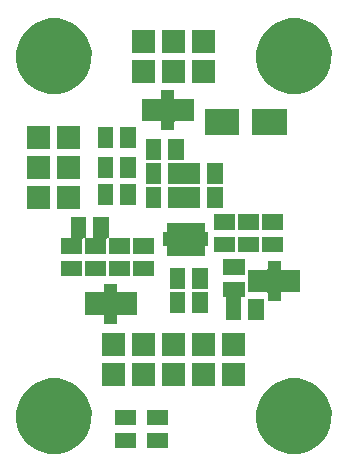
<source format=gbr>
G04 #@! TF.GenerationSoftware,KiCad,Pcbnew,(2017-02-05 revision 431abcf)-makepkg*
G04 #@! TF.CreationDate,2017-03-01T08:27:15+01:00*
G04 #@! TF.ProjectId,SYMPOWER02A,53594D504F5745523032412E6B696361,rev?*
G04 #@! TF.FileFunction,Soldermask,Bot*
G04 #@! TF.FilePolarity,Negative*
%FSLAX46Y46*%
G04 Gerber Fmt 4.6, Leading zero omitted, Abs format (unit mm)*
G04 Created by KiCad (PCBNEW (2017-02-05 revision 431abcf)-makepkg) date 03/01/17 08:27:15*
%MOMM*%
%LPD*%
G01*
G04 APERTURE LIST*
%ADD10C,1.300000*%
G04 APERTURE END LIST*
D10*
G36*
X5416110Y8277872D02*
X6030848Y8151685D01*
X6609363Y7908500D01*
X7129631Y7557574D01*
X7571824Y7112283D01*
X7919105Y6589582D01*
X8158249Y6009378D01*
X8280004Y5394466D01*
X8280004Y5394449D01*
X8280137Y5393776D01*
X8270128Y4676993D01*
X8269977Y4676330D01*
X8269977Y4676306D01*
X8131099Y4065032D01*
X7875851Y3491739D01*
X7514107Y2978933D01*
X7059653Y2546162D01*
X6529787Y2209900D01*
X5944712Y1982964D01*
X5326688Y1873989D01*
X4699273Y1887132D01*
X4086359Y2021890D01*
X3511293Y2273129D01*
X2995980Y2631282D01*
X2560044Y3082706D01*
X2220093Y3610208D01*
X1989075Y4193693D01*
X1875790Y4810936D01*
X1884551Y5438424D01*
X2015027Y6052266D01*
X2262248Y6629075D01*
X2616795Y7146877D01*
X3065163Y7585952D01*
X3590276Y7929576D01*
X4172132Y8164661D01*
X4788571Y8282254D01*
X5416110Y8277872D01*
X5416110Y8277872D01*
G37*
G36*
X25736110Y8277872D02*
X26350848Y8151685D01*
X26929363Y7908500D01*
X27449631Y7557574D01*
X27891824Y7112283D01*
X28239105Y6589582D01*
X28478249Y6009378D01*
X28600004Y5394466D01*
X28600004Y5394449D01*
X28600137Y5393776D01*
X28590128Y4676993D01*
X28589977Y4676330D01*
X28589977Y4676306D01*
X28451099Y4065032D01*
X28195851Y3491739D01*
X27834107Y2978933D01*
X27379653Y2546162D01*
X26849787Y2209900D01*
X26264712Y1982964D01*
X25646688Y1873989D01*
X25019273Y1887132D01*
X24406359Y2021890D01*
X23831293Y2273129D01*
X23315980Y2631282D01*
X22880044Y3082706D01*
X22540093Y3610208D01*
X22309075Y4193693D01*
X22195790Y4810936D01*
X22204551Y5438424D01*
X22335027Y6052266D01*
X22582248Y6629075D01*
X22936795Y7146877D01*
X23385163Y7585952D01*
X23910276Y7929576D01*
X24492132Y8164661D01*
X25108571Y8282254D01*
X25736110Y8277872D01*
X25736110Y8277872D01*
G37*
G36*
X12074500Y2403500D02*
X10277500Y2403500D01*
X10277500Y3692500D01*
X12074500Y3692500D01*
X12074500Y2403500D01*
X12074500Y2403500D01*
G37*
G36*
X14741500Y2403500D02*
X12944500Y2403500D01*
X12944500Y3692500D01*
X14741500Y3692500D01*
X14741500Y2403500D01*
X14741500Y2403500D01*
G37*
G36*
X12074500Y4308500D02*
X10277500Y4308500D01*
X10277500Y5597500D01*
X12074500Y5597500D01*
X12074500Y4308500D01*
X12074500Y4308500D01*
G37*
G36*
X14741500Y4308500D02*
X12944500Y4308500D01*
X12944500Y5597500D01*
X14741500Y5597500D01*
X14741500Y4308500D01*
X14741500Y4308500D01*
G37*
G36*
X16202000Y7674000D02*
X14278000Y7674000D01*
X14278000Y9598000D01*
X16202000Y9598000D01*
X16202000Y7674000D01*
X16202000Y7674000D01*
G37*
G36*
X11122000Y7674000D02*
X9198000Y7674000D01*
X9198000Y9598000D01*
X11122000Y9598000D01*
X11122000Y7674000D01*
X11122000Y7674000D01*
G37*
G36*
X13662000Y7674000D02*
X11738000Y7674000D01*
X11738000Y9598000D01*
X13662000Y9598000D01*
X13662000Y7674000D01*
X13662000Y7674000D01*
G37*
G36*
X18742000Y7674000D02*
X16818000Y7674000D01*
X16818000Y9598000D01*
X18742000Y9598000D01*
X18742000Y7674000D01*
X18742000Y7674000D01*
G37*
G36*
X21282000Y7674000D02*
X19358000Y7674000D01*
X19358000Y9598000D01*
X21282000Y9598000D01*
X21282000Y7674000D01*
X21282000Y7674000D01*
G37*
G36*
X18742000Y10214000D02*
X16818000Y10214000D01*
X16818000Y12138000D01*
X18742000Y12138000D01*
X18742000Y10214000D01*
X18742000Y10214000D01*
G37*
G36*
X11122000Y10214000D02*
X9198000Y10214000D01*
X9198000Y12138000D01*
X11122000Y12138000D01*
X11122000Y10214000D01*
X11122000Y10214000D01*
G37*
G36*
X13662000Y10214000D02*
X11738000Y10214000D01*
X11738000Y12138000D01*
X13662000Y12138000D01*
X13662000Y10214000D01*
X13662000Y10214000D01*
G37*
G36*
X16202000Y10214000D02*
X14278000Y10214000D01*
X14278000Y12138000D01*
X16202000Y12138000D01*
X16202000Y10214000D01*
X16202000Y10214000D01*
G37*
G36*
X21282000Y10214000D02*
X19358000Y10214000D01*
X19358000Y12138000D01*
X21282000Y12138000D01*
X21282000Y10214000D01*
X21282000Y10214000D01*
G37*
G36*
X10456000Y15655000D02*
X10457921Y15635491D01*
X10463612Y15616732D01*
X10472853Y15599443D01*
X10485289Y15584289D01*
X10500443Y15571853D01*
X10517732Y15562612D01*
X10536491Y15556921D01*
X10556000Y15555000D01*
X12106000Y15555000D01*
X12106000Y13655000D01*
X10556000Y13655000D01*
X10536491Y13653079D01*
X10517732Y13647388D01*
X10500443Y13638147D01*
X10485289Y13625711D01*
X10472853Y13610557D01*
X10463612Y13593268D01*
X10457921Y13574509D01*
X10456000Y13555000D01*
X10456000Y12905000D01*
X9356000Y12905000D01*
X9356000Y13555000D01*
X9354079Y13574509D01*
X9348388Y13593268D01*
X9339147Y13610557D01*
X9326711Y13625711D01*
X9311557Y13638147D01*
X9294268Y13647388D01*
X9275509Y13653079D01*
X9256000Y13655000D01*
X7706000Y13655000D01*
X7706000Y15555000D01*
X9256000Y15555000D01*
X9275509Y15556921D01*
X9294268Y15562612D01*
X9311557Y15571853D01*
X9326711Y15584289D01*
X9339147Y15599443D01*
X9348388Y15616732D01*
X9354079Y15635491D01*
X9356000Y15655000D01*
X9356000Y16305000D01*
X10456000Y16305000D01*
X10456000Y15655000D01*
X10456000Y15655000D01*
G37*
G36*
X22844100Y13198500D02*
X21555100Y13198500D01*
X21555100Y14995500D01*
X22844100Y14995500D01*
X22844100Y13198500D01*
X22844100Y13198500D01*
G37*
G36*
X21243900Y15167000D02*
X21039100Y15167000D01*
X21019591Y15165079D01*
X21000832Y15159388D01*
X20983543Y15150147D01*
X20968389Y15137711D01*
X20955953Y15122557D01*
X20946712Y15105268D01*
X20941021Y15086509D01*
X20939100Y15067000D01*
X20939100Y13198500D01*
X19650100Y13198500D01*
X19650100Y15067000D01*
X19648179Y15086509D01*
X19642488Y15105268D01*
X19633247Y15122557D01*
X19620811Y15137711D01*
X19605657Y15150147D01*
X19588368Y15159388D01*
X19569609Y15165079D01*
X19550100Y15167000D01*
X19446900Y15167000D01*
X19446900Y16456000D01*
X21243900Y16456000D01*
X21243900Y15167000D01*
X21243900Y15167000D01*
G37*
G36*
X18107000Y13833500D02*
X16818000Y13833500D01*
X16818000Y15630500D01*
X18107000Y15630500D01*
X18107000Y13833500D01*
X18107000Y13833500D01*
G37*
G36*
X16202000Y13833500D02*
X14913000Y13833500D01*
X14913000Y15630500D01*
X16202000Y15630500D01*
X16202000Y13833500D01*
X16202000Y13833500D01*
G37*
G36*
X24273600Y17585400D02*
X24275521Y17565891D01*
X24281212Y17547132D01*
X24290453Y17529843D01*
X24302889Y17514689D01*
X24318043Y17502253D01*
X24335332Y17493012D01*
X24354091Y17487321D01*
X24373600Y17485400D01*
X25923600Y17485400D01*
X25923600Y15585400D01*
X24373600Y15585400D01*
X24354091Y15583479D01*
X24335332Y15577788D01*
X24318043Y15568547D01*
X24302889Y15556111D01*
X24290453Y15540957D01*
X24281212Y15523668D01*
X24275521Y15504909D01*
X24273600Y15485400D01*
X24273600Y14835400D01*
X23173600Y14835400D01*
X23173600Y15485400D01*
X23171679Y15504909D01*
X23165988Y15523668D01*
X23156747Y15540957D01*
X23144311Y15556111D01*
X23129157Y15568547D01*
X23111868Y15577788D01*
X23093109Y15583479D01*
X23073600Y15585400D01*
X21523600Y15585400D01*
X21523600Y17485400D01*
X23073600Y17485400D01*
X23093109Y17487321D01*
X23111868Y17493012D01*
X23129157Y17502253D01*
X23144311Y17514689D01*
X23156747Y17529843D01*
X23165988Y17547132D01*
X23171679Y17565891D01*
X23173600Y17585400D01*
X23173600Y18235400D01*
X24273600Y18235400D01*
X24273600Y17585400D01*
X24273600Y17585400D01*
G37*
G36*
X18107000Y15865500D02*
X16818000Y15865500D01*
X16818000Y17662500D01*
X18107000Y17662500D01*
X18107000Y15865500D01*
X18107000Y15865500D01*
G37*
G36*
X16202000Y15865500D02*
X14913000Y15865500D01*
X14913000Y17662500D01*
X16202000Y17662500D01*
X16202000Y15865500D01*
X16202000Y15865500D01*
G37*
G36*
X11566500Y16945000D02*
X9769500Y16945000D01*
X9769500Y18234000D01*
X11566500Y18234000D01*
X11566500Y16945000D01*
X11566500Y16945000D01*
G37*
G36*
X13598500Y16945000D02*
X11801500Y16945000D01*
X11801500Y18234000D01*
X13598500Y18234000D01*
X13598500Y16945000D01*
X13598500Y16945000D01*
G37*
G36*
X7502500Y16945000D02*
X5705500Y16945000D01*
X5705500Y18234000D01*
X7502500Y18234000D01*
X7502500Y16945000D01*
X7502500Y16945000D01*
G37*
G36*
X9534500Y16945000D02*
X7737500Y16945000D01*
X7737500Y18234000D01*
X9534500Y18234000D01*
X9534500Y16945000D01*
X9534500Y16945000D01*
G37*
G36*
X21243900Y17072000D02*
X19446900Y17072000D01*
X19446900Y18361000D01*
X21243900Y18361000D01*
X21243900Y17072000D01*
X21243900Y17072000D01*
G37*
G36*
X17846000Y20741000D02*
X17847921Y20721491D01*
X17853612Y20702732D01*
X17862853Y20685443D01*
X17875289Y20670289D01*
X17890443Y20657853D01*
X17907732Y20648612D01*
X17926491Y20642921D01*
X17946000Y20641000D01*
X18156000Y20641000D01*
X18156000Y19491000D01*
X17946000Y19491000D01*
X17926491Y19489079D01*
X17907732Y19483388D01*
X17890443Y19474147D01*
X17875289Y19461711D01*
X17862853Y19446557D01*
X17853612Y19429268D01*
X17847921Y19410509D01*
X17846000Y19391000D01*
X17846000Y18666000D01*
X14666000Y18666000D01*
X14666000Y19391000D01*
X14664079Y19410509D01*
X14658388Y19429268D01*
X14649147Y19446557D01*
X14636711Y19461711D01*
X14621557Y19474147D01*
X14604268Y19483388D01*
X14585509Y19489079D01*
X14566000Y19491000D01*
X14356000Y19491000D01*
X14356000Y20641000D01*
X14566000Y20641000D01*
X14585509Y20642921D01*
X14604268Y20648612D01*
X14621557Y20657853D01*
X14636711Y20670289D01*
X14649147Y20685443D01*
X14658388Y20702732D01*
X14664079Y20721491D01*
X14666000Y20741000D01*
X14666000Y21466000D01*
X17846000Y21466000D01*
X17846000Y20741000D01*
X17846000Y20741000D01*
G37*
G36*
X7820000Y20239000D02*
X7821921Y20219491D01*
X7827612Y20200732D01*
X7836853Y20183443D01*
X7849289Y20168289D01*
X7864443Y20155853D01*
X7881732Y20146612D01*
X7900491Y20140921D01*
X7920000Y20139000D01*
X8336000Y20139000D01*
X8355509Y20140921D01*
X8374268Y20146612D01*
X8391557Y20155853D01*
X8406711Y20168289D01*
X8419147Y20183443D01*
X8428388Y20200732D01*
X8434079Y20219491D01*
X8436000Y20239000D01*
X8436000Y21980500D01*
X9725000Y21980500D01*
X9725000Y20239000D01*
X9726921Y20219491D01*
X9732612Y20200732D01*
X9741853Y20183443D01*
X9754289Y20168289D01*
X9769443Y20155853D01*
X9786732Y20146612D01*
X9805491Y20140921D01*
X9825000Y20139000D01*
X11566500Y20139000D01*
X11566500Y18850000D01*
X9769500Y18850000D01*
X9769500Y20083500D01*
X9767579Y20103009D01*
X9761888Y20121768D01*
X9752647Y20139057D01*
X9740211Y20154211D01*
X9725057Y20166647D01*
X9707768Y20175888D01*
X9689009Y20181579D01*
X9669500Y20183500D01*
X9634500Y20183500D01*
X9614991Y20181579D01*
X9596232Y20175888D01*
X9578943Y20166647D01*
X9563789Y20154211D01*
X9551353Y20139057D01*
X9542112Y20121768D01*
X9536421Y20103009D01*
X9534500Y20083500D01*
X9534500Y18850000D01*
X7737500Y18850000D01*
X7737500Y20083500D01*
X7735579Y20103009D01*
X7729888Y20121768D01*
X7720647Y20139057D01*
X7708211Y20154211D01*
X7693057Y20166647D01*
X7675768Y20175888D01*
X7657009Y20181579D01*
X7637500Y20183500D01*
X7602500Y20183500D01*
X7582991Y20181579D01*
X7564232Y20175888D01*
X7546943Y20166647D01*
X7531789Y20154211D01*
X7519353Y20139057D01*
X7510112Y20121768D01*
X7504421Y20103009D01*
X7502500Y20083500D01*
X7502500Y18850000D01*
X5705500Y18850000D01*
X5705500Y20139000D01*
X6431000Y20139000D01*
X6450509Y20140921D01*
X6469268Y20146612D01*
X6486557Y20155853D01*
X6501711Y20168289D01*
X6514147Y20183443D01*
X6523388Y20200732D01*
X6529079Y20219491D01*
X6531000Y20239000D01*
X6531000Y21980500D01*
X7820000Y21980500D01*
X7820000Y20239000D01*
X7820000Y20239000D01*
G37*
G36*
X13598500Y18850000D02*
X11801500Y18850000D01*
X11801500Y20139000D01*
X13598500Y20139000D01*
X13598500Y18850000D01*
X13598500Y18850000D01*
G37*
G36*
X20456500Y18977000D02*
X18659500Y18977000D01*
X18659500Y20266000D01*
X20456500Y20266000D01*
X20456500Y18977000D01*
X20456500Y18977000D01*
G37*
G36*
X22488500Y18977000D02*
X20691500Y18977000D01*
X20691500Y20266000D01*
X22488500Y20266000D01*
X22488500Y18977000D01*
X22488500Y18977000D01*
G37*
G36*
X24520500Y18977000D02*
X22723500Y18977000D01*
X22723500Y20266000D01*
X24520500Y20266000D01*
X24520500Y18977000D01*
X24520500Y18977000D01*
G37*
G36*
X20456500Y20882000D02*
X18659500Y20882000D01*
X18659500Y22171000D01*
X20456500Y22171000D01*
X20456500Y20882000D01*
X20456500Y20882000D01*
G37*
G36*
X24520500Y20882000D02*
X22723500Y20882000D01*
X22723500Y22171000D01*
X24520500Y22171000D01*
X24520500Y20882000D01*
X24520500Y20882000D01*
G37*
G36*
X22488500Y20882000D02*
X20691500Y20882000D01*
X20691500Y22171000D01*
X22488500Y22171000D01*
X22488500Y20882000D01*
X22488500Y20882000D01*
G37*
G36*
X4772000Y22660000D02*
X2848000Y22660000D01*
X2848000Y24584000D01*
X4772000Y24584000D01*
X4772000Y22660000D01*
X4772000Y22660000D01*
G37*
G36*
X7312000Y22660000D02*
X5388000Y22660000D01*
X5388000Y24584000D01*
X7312000Y24584000D01*
X7312000Y22660000D01*
X7312000Y22660000D01*
G37*
G36*
X19377000Y22723500D02*
X18088000Y22723500D01*
X18088000Y24520500D01*
X19377000Y24520500D01*
X19377000Y22723500D01*
X19377000Y22723500D01*
G37*
G36*
X17472000Y22723500D02*
X14786000Y22723500D01*
X14786000Y24520500D01*
X17472000Y24520500D01*
X17472000Y22723500D01*
X17472000Y22723500D01*
G37*
G36*
X14170000Y22723500D02*
X12881000Y22723500D01*
X12881000Y24520500D01*
X14170000Y24520500D01*
X14170000Y22723500D01*
X14170000Y22723500D01*
G37*
G36*
X12011000Y22977500D02*
X10722000Y22977500D01*
X10722000Y24774500D01*
X12011000Y24774500D01*
X12011000Y22977500D01*
X12011000Y22977500D01*
G37*
G36*
X10106000Y22977500D02*
X8817000Y22977500D01*
X8817000Y24774500D01*
X10106000Y24774500D01*
X10106000Y22977500D01*
X10106000Y22977500D01*
G37*
G36*
X19377000Y24755500D02*
X18088000Y24755500D01*
X18088000Y26552500D01*
X19377000Y26552500D01*
X19377000Y24755500D01*
X19377000Y24755500D01*
G37*
G36*
X17472000Y24755500D02*
X14786000Y24755500D01*
X14786000Y26552500D01*
X17472000Y26552500D01*
X17472000Y24755500D01*
X17472000Y24755500D01*
G37*
G36*
X14170000Y24755500D02*
X12881000Y24755500D01*
X12881000Y26552500D01*
X14170000Y26552500D01*
X14170000Y24755500D01*
X14170000Y24755500D01*
G37*
G36*
X7312000Y25200000D02*
X5388000Y25200000D01*
X5388000Y27124000D01*
X7312000Y27124000D01*
X7312000Y25200000D01*
X7312000Y25200000D01*
G37*
G36*
X4772000Y25200000D02*
X2848000Y25200000D01*
X2848000Y27124000D01*
X4772000Y27124000D01*
X4772000Y25200000D01*
X4772000Y25200000D01*
G37*
G36*
X10106000Y25263500D02*
X8817000Y25263500D01*
X8817000Y27060500D01*
X10106000Y27060500D01*
X10106000Y25263500D01*
X10106000Y25263500D01*
G37*
G36*
X12011000Y25263500D02*
X10722000Y25263500D01*
X10722000Y27060500D01*
X12011000Y27060500D01*
X12011000Y25263500D01*
X12011000Y25263500D01*
G37*
G36*
X14170000Y26787500D02*
X12881000Y26787500D01*
X12881000Y28584500D01*
X14170000Y28584500D01*
X14170000Y26787500D01*
X14170000Y26787500D01*
G37*
G36*
X16075000Y26787500D02*
X14786000Y26787500D01*
X14786000Y28584500D01*
X16075000Y28584500D01*
X16075000Y26787500D01*
X16075000Y26787500D01*
G37*
G36*
X7312000Y27740000D02*
X5388000Y27740000D01*
X5388000Y29664000D01*
X7312000Y29664000D01*
X7312000Y27740000D01*
X7312000Y27740000D01*
G37*
G36*
X4772000Y27740000D02*
X2848000Y27740000D01*
X2848000Y29664000D01*
X4772000Y29664000D01*
X4772000Y27740000D01*
X4772000Y27740000D01*
G37*
G36*
X12011000Y27803500D02*
X10722000Y27803500D01*
X10722000Y29600500D01*
X12011000Y29600500D01*
X12011000Y27803500D01*
X12011000Y27803500D01*
G37*
G36*
X10106000Y27803500D02*
X8817000Y27803500D01*
X8817000Y29600500D01*
X10106000Y29600500D01*
X10106000Y27803500D01*
X10106000Y27803500D01*
G37*
G36*
X20786700Y28871570D02*
X17887340Y28871570D01*
X17887340Y31072430D01*
X20786700Y31072430D01*
X20786700Y28871570D01*
X20786700Y28871570D01*
G37*
G36*
X24784660Y28871570D02*
X21885300Y28871570D01*
X21885300Y31072430D01*
X24784660Y31072430D01*
X24784660Y28871570D01*
X24784660Y28871570D01*
G37*
G36*
X15282000Y32038000D02*
X15283921Y32018491D01*
X15289612Y31999732D01*
X15298853Y31982443D01*
X15311289Y31967289D01*
X15326443Y31954853D01*
X15343732Y31945612D01*
X15362491Y31939921D01*
X15382000Y31938000D01*
X16932000Y31938000D01*
X16932000Y30038000D01*
X15382000Y30038000D01*
X15362491Y30036079D01*
X15343732Y30030388D01*
X15326443Y30021147D01*
X15311289Y30008711D01*
X15298853Y29993557D01*
X15289612Y29976268D01*
X15283921Y29957509D01*
X15282000Y29938000D01*
X15282000Y29288000D01*
X14182000Y29288000D01*
X14182000Y29938000D01*
X14180079Y29957509D01*
X14174388Y29976268D01*
X14165147Y29993557D01*
X14152711Y30008711D01*
X14137557Y30021147D01*
X14120268Y30030388D01*
X14101509Y30036079D01*
X14082000Y30038000D01*
X12532000Y30038000D01*
X12532000Y31938000D01*
X14082000Y31938000D01*
X14101509Y31939921D01*
X14120268Y31945612D01*
X14137557Y31954853D01*
X14152711Y31967289D01*
X14165147Y31982443D01*
X14174388Y31999732D01*
X14180079Y32018491D01*
X14182000Y32038000D01*
X14182000Y32688000D01*
X15282000Y32688000D01*
X15282000Y32038000D01*
X15282000Y32038000D01*
G37*
G36*
X5416110Y38757872D02*
X6030848Y38631685D01*
X6609363Y38388500D01*
X7129631Y38037574D01*
X7571824Y37592283D01*
X7919105Y37069582D01*
X8158249Y36489378D01*
X8280004Y35874466D01*
X8280004Y35874449D01*
X8280137Y35873776D01*
X8270128Y35156993D01*
X8269977Y35156330D01*
X8269977Y35156306D01*
X8131099Y34545032D01*
X7875851Y33971739D01*
X7514107Y33458933D01*
X7059653Y33026162D01*
X6529787Y32689900D01*
X5944712Y32462964D01*
X5326688Y32353989D01*
X4699273Y32367132D01*
X4086359Y32501890D01*
X3511293Y32753129D01*
X2995980Y33111282D01*
X2560044Y33562706D01*
X2220093Y34090208D01*
X1989075Y34673693D01*
X1875790Y35290936D01*
X1884551Y35918424D01*
X2015027Y36532266D01*
X2262248Y37109075D01*
X2616795Y37626877D01*
X3065163Y38065952D01*
X3590276Y38409576D01*
X4172132Y38644661D01*
X4788571Y38762254D01*
X5416110Y38757872D01*
X5416110Y38757872D01*
G37*
G36*
X25736110Y38757872D02*
X26350848Y38631685D01*
X26929363Y38388500D01*
X27449631Y38037574D01*
X27891824Y37592283D01*
X28239105Y37069582D01*
X28478249Y36489378D01*
X28600004Y35874466D01*
X28600004Y35874449D01*
X28600137Y35873776D01*
X28590128Y35156993D01*
X28589977Y35156330D01*
X28589977Y35156306D01*
X28451099Y34545032D01*
X28195851Y33971739D01*
X27834107Y33458933D01*
X27379653Y33026162D01*
X26849787Y32689900D01*
X26264712Y32462964D01*
X25646688Y32353989D01*
X25019273Y32367132D01*
X24406359Y32501890D01*
X23831293Y32753129D01*
X23315980Y33111282D01*
X22880044Y33562706D01*
X22540093Y34090208D01*
X22309075Y34673693D01*
X22195790Y35290936D01*
X22204551Y35918424D01*
X22335027Y36532266D01*
X22582248Y37109075D01*
X22936795Y37626877D01*
X23385163Y38065952D01*
X23910276Y38409576D01*
X24492132Y38644661D01*
X25108571Y38762254D01*
X25736110Y38757872D01*
X25736110Y38757872D01*
G37*
G36*
X18742000Y33328000D02*
X16818000Y33328000D01*
X16818000Y35252000D01*
X18742000Y35252000D01*
X18742000Y33328000D01*
X18742000Y33328000D01*
G37*
G36*
X16202000Y33328000D02*
X14278000Y33328000D01*
X14278000Y35252000D01*
X16202000Y35252000D01*
X16202000Y33328000D01*
X16202000Y33328000D01*
G37*
G36*
X13662000Y33328000D02*
X11738000Y33328000D01*
X11738000Y35252000D01*
X13662000Y35252000D01*
X13662000Y33328000D01*
X13662000Y33328000D01*
G37*
G36*
X18742000Y35868000D02*
X16818000Y35868000D01*
X16818000Y37792000D01*
X18742000Y37792000D01*
X18742000Y35868000D01*
X18742000Y35868000D01*
G37*
G36*
X13662000Y35868000D02*
X11738000Y35868000D01*
X11738000Y37792000D01*
X13662000Y37792000D01*
X13662000Y35868000D01*
X13662000Y35868000D01*
G37*
G36*
X16202000Y35868000D02*
X14278000Y35868000D01*
X14278000Y37792000D01*
X16202000Y37792000D01*
X16202000Y35868000D01*
X16202000Y35868000D01*
G37*
M02*

</source>
